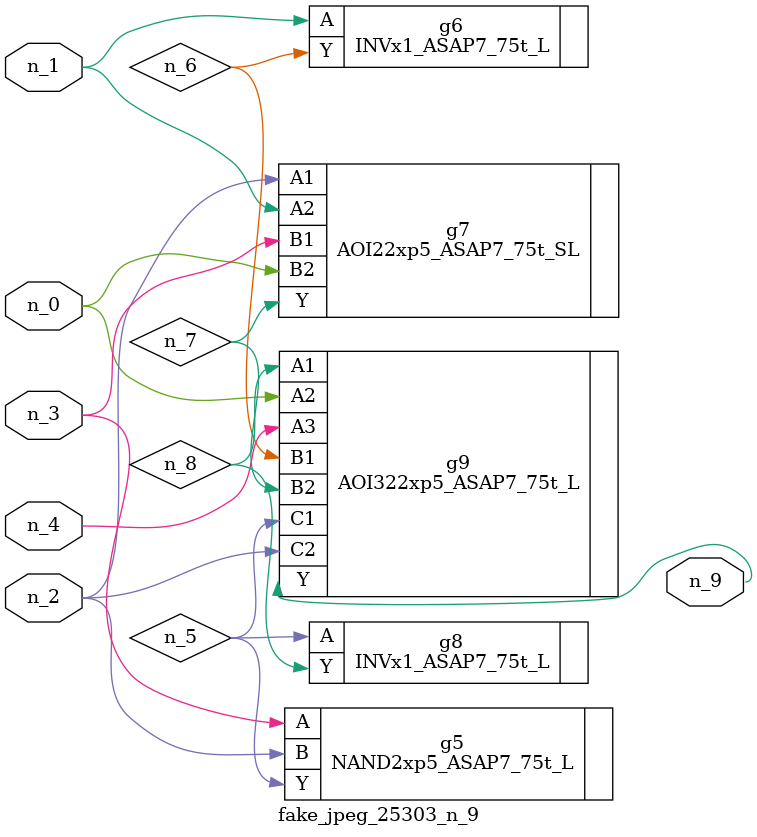
<source format=v>
module fake_jpeg_25303_n_9 (n_3, n_2, n_1, n_0, n_4, n_9);

input n_3;
input n_2;
input n_1;
input n_0;
input n_4;

output n_9;

wire n_8;
wire n_6;
wire n_5;
wire n_7;

NAND2xp5_ASAP7_75t_L g5 ( 
.A(n_3),
.B(n_2),
.Y(n_5)
);

INVx1_ASAP7_75t_L g6 ( 
.A(n_1),
.Y(n_6)
);

AOI22xp5_ASAP7_75t_SL g7 ( 
.A1(n_2),
.A2(n_1),
.B1(n_3),
.B2(n_0),
.Y(n_7)
);

INVx1_ASAP7_75t_L g8 ( 
.A(n_5),
.Y(n_8)
);

AOI322xp5_ASAP7_75t_L g9 ( 
.A1(n_8),
.A2(n_0),
.A3(n_4),
.B1(n_6),
.B2(n_7),
.C1(n_5),
.C2(n_2),
.Y(n_9)
);


endmodule
</source>
